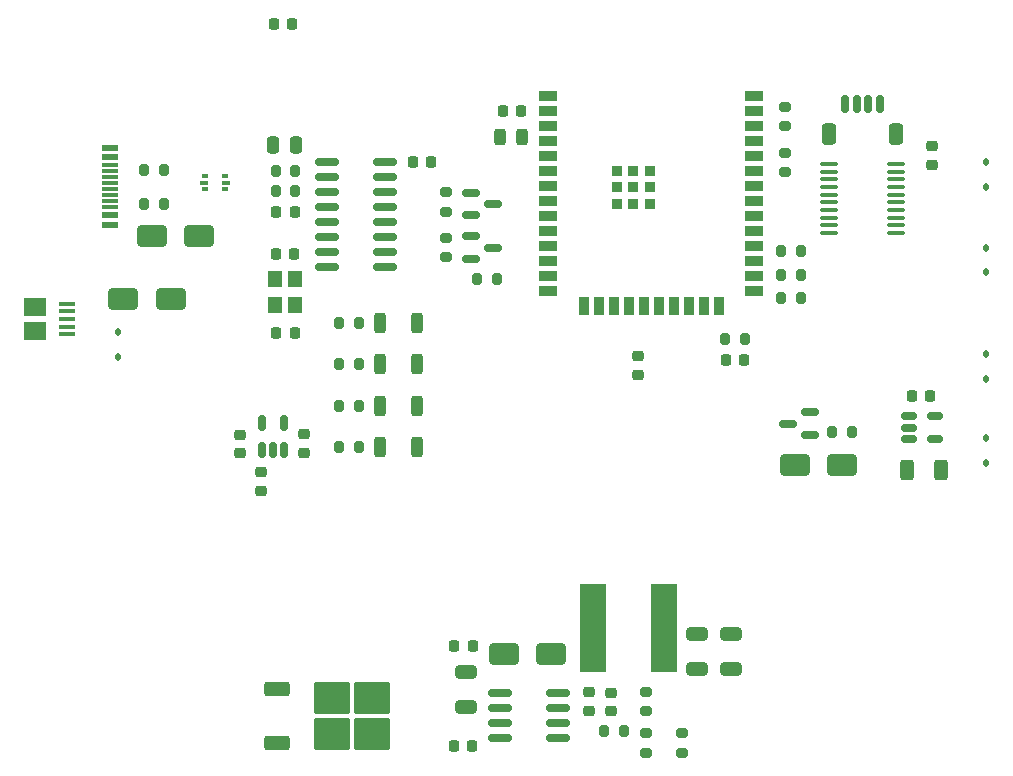
<source format=gbr>
G04 #@! TF.GenerationSoftware,KiCad,Pcbnew,(7.0.0)*
G04 #@! TF.CreationDate,2023-03-27T00:55:10+02:00*
G04 #@! TF.ProjectId,LuminX WLED,4c756d69-6e58-4205-974c-45442e6b6963,1.0*
G04 #@! TF.SameCoordinates,Original*
G04 #@! TF.FileFunction,Paste,Top*
G04 #@! TF.FilePolarity,Positive*
%FSLAX46Y46*%
G04 Gerber Fmt 4.6, Leading zero omitted, Abs format (unit mm)*
G04 Created by KiCad (PCBNEW (7.0.0)) date 2023-03-27 00:55:10*
%MOMM*%
%LPD*%
G01*
G04 APERTURE LIST*
G04 Aperture macros list*
%AMRoundRect*
0 Rectangle with rounded corners*
0 $1 Rounding radius*
0 $2 $3 $4 $5 $6 $7 $8 $9 X,Y pos of 4 corners*
0 Add a 4 corners polygon primitive as box body*
4,1,4,$2,$3,$4,$5,$6,$7,$8,$9,$2,$3,0*
0 Add four circle primitives for the rounded corners*
1,1,$1+$1,$2,$3*
1,1,$1+$1,$4,$5*
1,1,$1+$1,$6,$7*
1,1,$1+$1,$8,$9*
0 Add four rect primitives between the rounded corners*
20,1,$1+$1,$2,$3,$4,$5,0*
20,1,$1+$1,$4,$5,$6,$7,0*
20,1,$1+$1,$6,$7,$8,$9,0*
20,1,$1+$1,$8,$9,$2,$3,0*%
G04 Aperture macros list end*
%ADD10RoundRect,0.225000X0.250000X-0.225000X0.250000X0.225000X-0.250000X0.225000X-0.250000X-0.225000X0*%
%ADD11RoundRect,0.200000X0.275000X-0.200000X0.275000X0.200000X-0.275000X0.200000X-0.275000X-0.200000X0*%
%ADD12RoundRect,0.250000X1.000000X0.650000X-1.000000X0.650000X-1.000000X-0.650000X1.000000X-0.650000X0*%
%ADD13RoundRect,0.200000X0.200000X0.275000X-0.200000X0.275000X-0.200000X-0.275000X0.200000X-0.275000X0*%
%ADD14RoundRect,0.200000X-0.200000X-0.275000X0.200000X-0.275000X0.200000X0.275000X-0.200000X0.275000X0*%
%ADD15R,1.200000X1.400000*%
%ADD16RoundRect,0.200000X-0.275000X0.200000X-0.275000X-0.200000X0.275000X-0.200000X0.275000X0.200000X0*%
%ADD17RoundRect,0.150000X-0.825000X-0.150000X0.825000X-0.150000X0.825000X0.150000X-0.825000X0.150000X0*%
%ADD18RoundRect,0.150000X0.150000X0.625000X-0.150000X0.625000X-0.150000X-0.625000X0.150000X-0.625000X0*%
%ADD19RoundRect,0.250000X0.350000X0.650000X-0.350000X0.650000X-0.350000X-0.650000X0.350000X-0.650000X0*%
%ADD20RoundRect,0.225000X0.225000X0.250000X-0.225000X0.250000X-0.225000X-0.250000X0.225000X-0.250000X0*%
%ADD21RoundRect,0.100000X-0.637500X-0.100000X0.637500X-0.100000X0.637500X0.100000X-0.637500X0.100000X0*%
%ADD22RoundRect,0.150000X-0.512500X-0.150000X0.512500X-0.150000X0.512500X0.150000X-0.512500X0.150000X0*%
%ADD23RoundRect,0.190000X0.285000X0.685000X-0.285000X0.685000X-0.285000X-0.685000X0.285000X-0.685000X0*%
%ADD24R,1.450000X0.600000*%
%ADD25R,1.450000X0.300000*%
%ADD26RoundRect,0.225000X-0.225000X-0.250000X0.225000X-0.250000X0.225000X0.250000X-0.225000X0.250000X0*%
%ADD27RoundRect,0.150000X0.587500X0.150000X-0.587500X0.150000X-0.587500X-0.150000X0.587500X-0.150000X0*%
%ADD28RoundRect,0.112500X0.112500X-0.187500X0.112500X0.187500X-0.112500X0.187500X-0.112500X-0.187500X0*%
%ADD29RoundRect,0.150000X-0.587500X-0.150000X0.587500X-0.150000X0.587500X0.150000X-0.587500X0.150000X0*%
%ADD30R,0.500000X0.375000*%
%ADD31R,0.650000X0.300000*%
%ADD32RoundRect,0.243750X0.243750X0.456250X-0.243750X0.456250X-0.243750X-0.456250X0.243750X-0.456250X0*%
%ADD33RoundRect,0.250000X-0.650000X0.325000X-0.650000X-0.325000X0.650000X-0.325000X0.650000X0.325000X0*%
%ADD34R,2.200000X7.500000*%
%ADD35RoundRect,0.250000X0.650000X-0.325000X0.650000X0.325000X-0.650000X0.325000X-0.650000X-0.325000X0*%
%ADD36RoundRect,0.218750X0.256250X-0.218750X0.256250X0.218750X-0.256250X0.218750X-0.256250X-0.218750X0*%
%ADD37R,1.350000X0.400000*%
%ADD38R,1.900000X1.500000*%
%ADD39R,1.500000X0.900000*%
%ADD40R,0.900000X1.500000*%
%ADD41R,0.900000X0.900000*%
%ADD42RoundRect,0.112500X-0.112500X0.187500X-0.112500X-0.187500X0.112500X-0.187500X0.112500X0.187500X0*%
%ADD43RoundRect,0.250000X-0.850000X-0.350000X0.850000X-0.350000X0.850000X0.350000X-0.850000X0.350000X0*%
%ADD44RoundRect,0.250000X-1.275000X-1.125000X1.275000X-1.125000X1.275000X1.125000X-1.275000X1.125000X0*%
%ADD45RoundRect,0.150000X0.150000X-0.512500X0.150000X0.512500X-0.150000X0.512500X-0.150000X-0.512500X0*%
%ADD46RoundRect,0.250000X0.250000X0.475000X-0.250000X0.475000X-0.250000X-0.475000X0.250000X-0.475000X0*%
%ADD47RoundRect,0.225000X-0.250000X0.225000X-0.250000X-0.225000X0.250000X-0.225000X0.250000X0.225000X0*%
%ADD48RoundRect,0.250000X-0.312500X-0.625000X0.312500X-0.625000X0.312500X0.625000X-0.312500X0.625000X0*%
G04 APERTURE END LIST*
D10*
X143500000Y-130425000D03*
X143500000Y-128875000D03*
D11*
X149500000Y-133975000D03*
X149500000Y-132325000D03*
D12*
X106225000Y-95592500D03*
X102225000Y-95592500D03*
D13*
X159575000Y-93500000D03*
X157925000Y-93500000D03*
D14*
X120474999Y-104600000D03*
X122124999Y-104600000D03*
D15*
X115074999Y-93874999D03*
X115074999Y-96074999D03*
X116774999Y-96074999D03*
X116774999Y-93874999D03*
D16*
X129500000Y-90375000D03*
X129500000Y-92025000D03*
D17*
X119425000Y-83915000D03*
X119425000Y-85185000D03*
X119425000Y-86455000D03*
X119425000Y-87725000D03*
X119425000Y-88995000D03*
X119425000Y-90265000D03*
X119425000Y-91535000D03*
X119425000Y-92805000D03*
X124375000Y-92805000D03*
X124375000Y-91535000D03*
X124375000Y-90265000D03*
X124375000Y-88995000D03*
X124375000Y-87725000D03*
X124375000Y-86455000D03*
X124375000Y-85185000D03*
X124375000Y-83915000D03*
D13*
X116750000Y-84695000D03*
X115100000Y-84695000D03*
D18*
X166300000Y-79075000D03*
X165300000Y-79075000D03*
X164300000Y-79075000D03*
X163300000Y-79075000D03*
D19*
X167600000Y-81600000D03*
X162000000Y-81600000D03*
D16*
X158200000Y-83175000D03*
X158200000Y-84825000D03*
D20*
X116525000Y-72250000D03*
X114975000Y-72250000D03*
D21*
X161925000Y-84120000D03*
X161925000Y-84770000D03*
X161925000Y-85420000D03*
X161925000Y-86070000D03*
X161925000Y-86720000D03*
X161925000Y-87370000D03*
X161925000Y-88020000D03*
X161925000Y-88670000D03*
X161925000Y-89320000D03*
X161925000Y-89970000D03*
X167650000Y-89970000D03*
X167650000Y-89320000D03*
X167650000Y-88670000D03*
X167650000Y-88020000D03*
X167650000Y-87370000D03*
X167650000Y-86720000D03*
X167650000Y-86070000D03*
X167650000Y-85420000D03*
X167650000Y-84770000D03*
X167650000Y-84120000D03*
D22*
X168700000Y-105500000D03*
X168700000Y-106450000D03*
X168700000Y-107400000D03*
X170975000Y-107400000D03*
X170975000Y-105500000D03*
D23*
X127049999Y-97600000D03*
X123949999Y-97600000D03*
D24*
X101044999Y-82749999D03*
X101044999Y-83549999D03*
D25*
X101044999Y-84749999D03*
X101044999Y-85749999D03*
X101044999Y-86249999D03*
X101044999Y-87249999D03*
D24*
X101044999Y-88449999D03*
X101044999Y-89249999D03*
X101044999Y-89249999D03*
X101044999Y-88449999D03*
D25*
X101044999Y-87749999D03*
X101044999Y-86749999D03*
X101044999Y-85249999D03*
X101044999Y-84249999D03*
D24*
X101044999Y-83549999D03*
X101044999Y-82749999D03*
D26*
X153225000Y-100710000D03*
X154775000Y-100710000D03*
D17*
X134100000Y-128895000D03*
X134100000Y-130165000D03*
X134100000Y-131435000D03*
X134100000Y-132705000D03*
X139050000Y-132705000D03*
X139050000Y-131435000D03*
X139050000Y-130165000D03*
X139050000Y-128895000D03*
D27*
X160375000Y-107050000D03*
X160375000Y-105150000D03*
X158500000Y-106100000D03*
D28*
X175250000Y-109450000D03*
X175250000Y-107350000D03*
D29*
X131617500Y-90245000D03*
X131617500Y-92145000D03*
X133492500Y-91195000D03*
D13*
X159575000Y-95500000D03*
X157925000Y-95500000D03*
D20*
X131775000Y-133400000D03*
X130225000Y-133400000D03*
X116725000Y-88195000D03*
X115175000Y-88195000D03*
D26*
X126725000Y-83945000D03*
X128275000Y-83945000D03*
D14*
X120474999Y-101100000D03*
X122124999Y-101100000D03*
D12*
X108650000Y-90262500D03*
X104650000Y-90262500D03*
D23*
X127049999Y-108100000D03*
X123949999Y-108100000D03*
D30*
X109149999Y-85162499D03*
D31*
X109074999Y-85699999D03*
D30*
X109149999Y-86237499D03*
X110849999Y-86237499D03*
D31*
X110924999Y-85699999D03*
D30*
X110849999Y-85162499D03*
D32*
X135937500Y-81800000D03*
X134062500Y-81800000D03*
D33*
X150750000Y-123900000D03*
X150750000Y-126850000D03*
D12*
X138425000Y-125650000D03*
X134425000Y-125650000D03*
D34*
X141999999Y-123399999D03*
X147999999Y-123399999D03*
D16*
X146500000Y-128825000D03*
X146500000Y-130475000D03*
D35*
X131225000Y-130125000D03*
X131225000Y-127175000D03*
D16*
X158200000Y-79275000D03*
X158200000Y-80925000D03*
D13*
X159575000Y-91500000D03*
X157925000Y-91500000D03*
D23*
X127049999Y-101100000D03*
X123949999Y-101100000D03*
D14*
X153175000Y-98900000D03*
X154825000Y-98900000D03*
X103975000Y-84600000D03*
X105625000Y-84600000D03*
D29*
X131617500Y-86545000D03*
X131617500Y-88445000D03*
X133492500Y-87495000D03*
D36*
X113900000Y-111775000D03*
X113900000Y-110200000D03*
D37*
X97462499Y-95949999D03*
X97462499Y-96599999D03*
X97462499Y-97249999D03*
X97462499Y-97899999D03*
X97462499Y-98549999D03*
D38*
X94762499Y-96249999D03*
X94762499Y-98249999D03*
D12*
X163049999Y-109600000D03*
X159049999Y-109600000D03*
D14*
X120474999Y-97600000D03*
X122124999Y-97600000D03*
D13*
X116750000Y-86395000D03*
X115100000Y-86395000D03*
D28*
X175250000Y-93300000D03*
X175250000Y-91200000D03*
D13*
X163872500Y-106850000D03*
X162222500Y-106850000D03*
D20*
X170525000Y-103750000D03*
X168975000Y-103750000D03*
D39*
X138149999Y-78379999D03*
X138149999Y-79649999D03*
X138149999Y-80919999D03*
X138149999Y-82189999D03*
X138149999Y-83459999D03*
X138149999Y-84729999D03*
X138149999Y-85999999D03*
X138149999Y-87269999D03*
X138149999Y-88539999D03*
X138149999Y-89809999D03*
X138149999Y-91079999D03*
X138149999Y-92349999D03*
X138149999Y-93619999D03*
X138149999Y-94889999D03*
D40*
X141189999Y-96139999D03*
X142459999Y-96139999D03*
X143729999Y-96139999D03*
X144999999Y-96139999D03*
X146269999Y-96139999D03*
X147539999Y-96139999D03*
X148809999Y-96139999D03*
X150079999Y-96139999D03*
X151349999Y-96139999D03*
X152619999Y-96139999D03*
D39*
X155649999Y-94889999D03*
X155649999Y-93619999D03*
X155649999Y-92349999D03*
X155649999Y-91079999D03*
X155649999Y-89809999D03*
X155649999Y-88539999D03*
X155649999Y-87269999D03*
X155649999Y-85999999D03*
X155649999Y-84729999D03*
X155649999Y-83459999D03*
X155649999Y-82189999D03*
X155649999Y-80919999D03*
X155649999Y-79649999D03*
X155649999Y-78379999D03*
D41*
X143999999Y-84699999D03*
X143999999Y-86099999D03*
X143999999Y-87499999D03*
X145399999Y-84699999D03*
X145399999Y-86099999D03*
X145399999Y-87499999D03*
X146799999Y-84699999D03*
X146799999Y-86099999D03*
X146799999Y-87499999D03*
D10*
X145800000Y-101950000D03*
X145800000Y-100400000D03*
X141650000Y-130400000D03*
X141650000Y-128850000D03*
D13*
X144575000Y-132150000D03*
X142925000Y-132150000D03*
D20*
X135875000Y-79600000D03*
X134325000Y-79600000D03*
D14*
X103975000Y-87500000D03*
X105625000Y-87500000D03*
X120474999Y-108100000D03*
X122124999Y-108100000D03*
D10*
X170700000Y-84175000D03*
X170700000Y-82625000D03*
D42*
X175250000Y-83950000D03*
X175250000Y-86050000D03*
D13*
X133825000Y-93900000D03*
X132175000Y-93900000D03*
D11*
X129500000Y-88150000D03*
X129500000Y-86500000D03*
D28*
X101725000Y-100442500D03*
X101725000Y-98342500D03*
D26*
X115150000Y-91725000D03*
X116700000Y-91725000D03*
D33*
X153650000Y-123900000D03*
X153650000Y-126850000D03*
D26*
X130250000Y-124900000D03*
X131800000Y-124900000D03*
D16*
X146500000Y-132325000D03*
X146500000Y-133975000D03*
D23*
X127050000Y-104600000D03*
X123950000Y-104600000D03*
D42*
X175250000Y-100200000D03*
X175250000Y-102300000D03*
D43*
X115259999Y-128570000D03*
D44*
X119884999Y-129325000D03*
X119884999Y-132375000D03*
X123234999Y-129325000D03*
X123234999Y-132375000D03*
D43*
X115259999Y-133130000D03*
D10*
X117500000Y-108575000D03*
X117500000Y-107025000D03*
D20*
X116725000Y-98475000D03*
X115175000Y-98475000D03*
D45*
X113950000Y-108337500D03*
X114900000Y-108337500D03*
X115850000Y-108337500D03*
X115850000Y-106062500D03*
X113950000Y-106062500D03*
D46*
X116825000Y-82475000D03*
X114925000Y-82475000D03*
D47*
X112100000Y-107050000D03*
X112100000Y-108600000D03*
D48*
X168537500Y-110000000D03*
X171462500Y-110000000D03*
M02*

</source>
